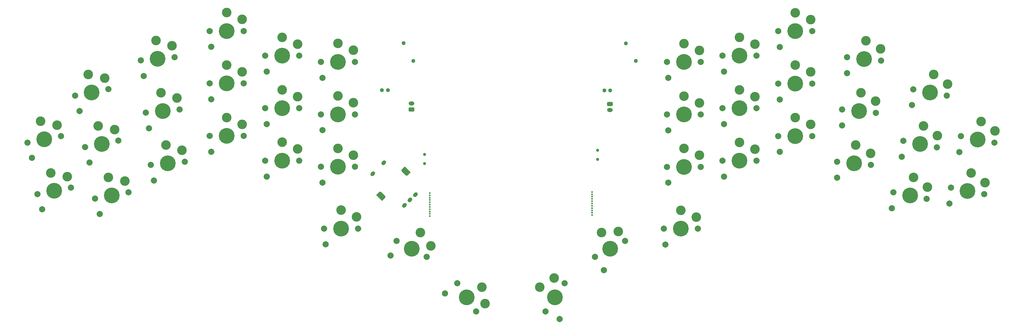
<source format=gbr>
%TF.GenerationSoftware,KiCad,Pcbnew,9.0.6*%
%TF.CreationDate,2025-12-31T17:57:57+01:00*%
%TF.ProjectId,right,72696768-742e-46b6-9963-61645f706362,v1.0.0*%
%TF.SameCoordinates,Original*%
%TF.FileFunction,Soldermask,Top*%
%TF.FilePolarity,Negative*%
%FSLAX46Y46*%
G04 Gerber Fmt 4.6, Leading zero omitted, Abs format (unit mm)*
G04 Created by KiCad (PCBNEW 9.0.6) date 2025-12-31 17:57:57*
%MOMM*%
%LPD*%
G01*
G04 APERTURE LIST*
G04 Aperture macros list*
%AMRoundRect*
0 Rectangle with rounded corners*
0 $1 Rounding radius*
0 $2 $3 $4 $5 $6 $7 $8 $9 X,Y pos of 4 corners*
0 Add a 4 corners polygon primitive as box body*
4,1,4,$2,$3,$4,$5,$6,$7,$8,$9,$2,$3,0*
0 Add four circle primitives for the rounded corners*
1,1,$1+$1,$2,$3*
1,1,$1+$1,$4,$5*
1,1,$1+$1,$6,$7*
1,1,$1+$1,$8,$9*
0 Add four rect primitives between the rounded corners*
20,1,$1+$1,$2,$3,$4,$5,0*
20,1,$1+$1,$4,$5,$6,$7,0*
20,1,$1+$1,$6,$7,$8,$9,0*
20,1,$1+$1,$8,$9,$2,$3,0*%
%AMHorizOval*
0 Thick line with rounded ends*
0 $1 width*
0 $2 $3 position (X,Y) of the first rounded end (center of the circle)*
0 $4 $5 position (X,Y) of the second rounded end (center of the circle)*
0 Add line between two ends*
20,1,$1,$2,$3,$4,$5,0*
0 Add two circle primitives to create the rounded ends*
1,1,$1,$2,$3*
1,1,$1,$4,$5*%
%AMFreePoly0*
4,1,15,0.975355,0.935355,1.335355,0.575355,1.350000,0.540000,1.350000,-0.900000,1.335355,-0.935354,1.300000,-0.950000,-1.300000,-0.950000,-1.335355,-0.935354,-1.350000,-0.900000,-1.350000,0.540000,-1.335355,0.575355,-0.975355,0.935355,-0.940000,0.950000,0.940000,0.950000,0.975355,0.935355,0.975355,0.935355,$1*%
%AMFreePoly1*
4,1,15,1.335355,0.935354,1.350000,0.900000,1.350000,-0.540000,1.335355,-0.575355,0.975355,-0.935355,0.940000,-0.950000,-0.940000,-0.950000,-0.975355,-0.935355,-1.335355,-0.575355,-1.350000,-0.540000,-1.350000,0.900000,-1.335355,0.935354,-1.300000,0.950000,1.300000,0.950000,1.335355,0.935354,1.335355,0.935354,$1*%
G04 Aperture macros list end*
%ADD10C,0.600000*%
%ADD11C,2.000000*%
%ADD12C,3.100000*%
%ADD13C,5.100000*%
%ADD14FreePoly0,315.000000*%
%ADD15FreePoly1,315.000000*%
%ADD16HorizOval,1.200000X0.176777X0.176777X-0.176777X-0.176777X0*%
%ADD17C,1.300000*%
%ADD18C,1.000000*%
%ADD19RoundRect,0.260000X-0.665000X0.390000X-0.665000X-0.390000X0.665000X-0.390000X0.665000X0.390000X0*%
%ADD20O,1.850000X1.300000*%
%ADD21RoundRect,0.260000X0.665000X-0.390000X0.665000X0.390000X-0.665000X0.390000X-0.665000X-0.390000X0*%
G04 APERTURE END LIST*
D10*
%TO.C,*%
X244999971Y-144799991D03*
%TD*%
%TO.C,*%
X245000000Y-144000000D03*
%TD*%
%TO.C,*%
X244999999Y-141040007D03*
%TD*%
%TO.C,*%
X244999987Y-142519999D03*
%TD*%
%TO.C,*%
X244999988Y-141779997D03*
%TD*%
%TO.C,*%
X244999983Y-143260013D03*
%TD*%
%TO.C,*%
X244999971Y-140299991D03*
%TD*%
%TO.C,REF\u002A\u002A*%
X244999971Y-144799991D03*
X244999983Y-147760013D03*
X244999987Y-147019999D03*
X244999988Y-146279997D03*
X244999999Y-145540007D03*
%TD*%
%TO.C,REF\u002A\u002A*%
X192499971Y-145149994D03*
X192499999Y-145890010D03*
X192499988Y-146630000D03*
X192499987Y-147370002D03*
X192499983Y-148110016D03*
%TD*%
%TO.C,REF\u002A\u002A*%
X192499971Y-140649994D03*
X192499999Y-141390010D03*
X192499988Y-142130000D03*
X192499987Y-142870002D03*
X192499983Y-143610016D03*
X192500000Y-144350003D03*
%TD*%
D11*
%TO.C,S3*%
X77751210Y-109070591D03*
X79224687Y-114030560D03*
D12*
X82014839Y-102180455D03*
D13*
X83150155Y-108021136D03*
D12*
X87342759Y-103385989D03*
D11*
X88549100Y-106971681D03*
%TD*%
%TO.C,S17*%
X181781591Y-156108971D03*
X179805284Y-160890892D03*
D12*
X189431160Y-153437530D03*
D13*
X186637804Y-158691068D03*
D12*
X192813058Y-157727378D03*
D11*
X191494017Y-161273165D03*
%TD*%
%TO.C,S8*%
X121287927Y-105121324D03*
X121787929Y-110271320D03*
D13*
X126787927Y-105121321D03*
D12*
X126787929Y-99171319D03*
X131787930Y-101371320D03*
D11*
X132287927Y-105121318D03*
%TD*%
%TO.C,S2*%
X80994961Y-125758260D03*
X82468438Y-130718229D03*
D12*
X85258590Y-118868124D03*
D13*
X86393906Y-124708805D03*
D12*
X90586510Y-120073658D03*
D11*
X91792851Y-123659350D03*
%TD*%
%TO.C,S6*%
X99016574Y-97670525D03*
X100007876Y-102748887D03*
D12*
X103920968Y-91220761D03*
D13*
X104491250Y-97143369D03*
D12*
X109108812Y-92931403D03*
D11*
X109965926Y-96616213D03*
%TD*%
%TO.C,S15*%
X157287940Y-98121321D03*
X157787942Y-103271317D03*
D13*
X162787940Y-98121318D03*
D12*
X162787942Y-92171316D03*
X167787943Y-94371317D03*
D11*
X168287940Y-98121315D03*
%TD*%
%TO.C,S16*%
X158287920Y-152121324D03*
X158787922Y-157271320D03*
D13*
X163787920Y-152121321D03*
D12*
X163787922Y-146171319D03*
X168787923Y-148371320D03*
D11*
X169287920Y-152121318D03*
%TD*%
%TO.C,S18*%
X201381620Y-169850475D03*
X197391672Y-173144838D03*
D13*
X204457180Y-174410182D03*
D12*
X209389951Y-171082987D03*
X210362039Y-176458401D03*
D11*
X207532740Y-178969889D03*
%TD*%
%TO.C,S9*%
X121287925Y-88121310D03*
X121787927Y-93271306D03*
D13*
X126787925Y-88121307D03*
D12*
X126787927Y-82171305D03*
X131787928Y-84371306D03*
D11*
X132287925Y-88121304D03*
%TD*%
%TO.C,S11*%
X139287925Y-113121315D03*
X139787927Y-118271311D03*
D13*
X144787925Y-113121312D03*
D12*
X144787927Y-107171310D03*
X149787928Y-109371311D03*
D11*
X150287925Y-113121309D03*
%TD*%
%TO.C,S7*%
X121287925Y-122121315D03*
X121787927Y-127271311D03*
D13*
X126787925Y-122121312D03*
D12*
X126787927Y-116171310D03*
X131787928Y-118371311D03*
D11*
X132287925Y-122121309D03*
%TD*%
%TO.C,S4*%
X102275329Y-131513989D03*
X103266631Y-136592351D03*
D12*
X107179723Y-125064225D03*
D13*
X107750005Y-130986833D03*
D12*
X112367567Y-126774867D03*
D11*
X113224681Y-130459677D03*
%TD*%
%TO.C,S19*%
X65615382Y-140972349D03*
X67088859Y-145932318D03*
D12*
X69879011Y-134082213D03*
D13*
X71014327Y-139922894D03*
D12*
X75206931Y-135287747D03*
D11*
X76413272Y-138873439D03*
%TD*%
D14*
%TO.C,RE1*%
X176799957Y-141539290D03*
D15*
X184719555Y-133619694D03*
D16*
X187830821Y-141115027D03*
X186063054Y-142882793D03*
X184295288Y-144650561D03*
X174042248Y-134397509D03*
X177577774Y-130861975D03*
%TD*%
D17*
%TO.C,U?*%
X177044761Y-107286983D03*
X178949764Y-107286987D03*
X184029763Y-92046986D03*
X187204762Y-97761986D03*
%TD*%
D18*
%TO.C,PWR1*%
X190784754Y-128079495D03*
X190784755Y-131079498D03*
%TD*%
D11*
%TO.C,S5*%
X100645956Y-114592258D03*
X101637258Y-119670620D03*
D12*
X105550350Y-108142494D03*
D13*
X106120632Y-114065102D03*
D12*
X110738194Y-109853136D03*
D11*
X111595308Y-113537946D03*
%TD*%
D19*
%TO.C,JST1*%
X186584750Y-113579485D03*
D20*
X186584742Y-111579481D03*
%TD*%
D11*
%TO.C,S14*%
X157287919Y-115121316D03*
X157787921Y-120271312D03*
D13*
X162787919Y-115121313D03*
D12*
X162787921Y-109171311D03*
X167787922Y-111371312D03*
D11*
X168287919Y-115121310D03*
%TD*%
%TO.C,S10*%
X139287930Y-130121324D03*
X139787932Y-135271320D03*
D13*
X144787930Y-130121321D03*
D12*
X144787932Y-124171319D03*
X149787933Y-126371320D03*
D11*
X150287930Y-130121318D03*
%TD*%
%TO.C,S1*%
X84238706Y-142445913D03*
X85712183Y-147405882D03*
D12*
X88502335Y-135555777D03*
D13*
X89637651Y-141396458D03*
D12*
X93830255Y-136761311D03*
D11*
X95036596Y-140347003D03*
%TD*%
%TO.C,S12*%
X139287933Y-96121315D03*
X139787935Y-101271311D03*
D13*
X144787933Y-96121312D03*
D12*
X144787935Y-90171310D03*
X149787936Y-92371311D03*
D11*
X150287933Y-96121309D03*
%TD*%
%TO.C,S13*%
X157287931Y-132121323D03*
X157787933Y-137271319D03*
D13*
X162787931Y-132121320D03*
D12*
X162787933Y-126171318D03*
X167787934Y-128371319D03*
D11*
X168287931Y-132121317D03*
%TD*%
%TO.C,S20*%
X62371629Y-124284678D03*
X63845106Y-129244647D03*
D12*
X66635258Y-117394542D03*
D13*
X67770574Y-123235223D03*
D12*
X71963178Y-118600076D03*
D11*
X73169519Y-122185768D03*
%TD*%
D17*
%TO.C,U?*%
X248963335Y-107355471D03*
X250868338Y-107355475D03*
X255948337Y-92115474D03*
X259123336Y-97830474D03*
%TD*%
D11*
%TO.C,S39*%
X361052996Y-138900095D03*
X360561144Y-144050881D03*
D12*
X367587259Y-134108867D03*
D13*
X366451946Y-139949547D03*
D12*
X372075617Y-137222490D03*
D11*
X371850896Y-140998999D03*
%TD*%
%TO.C,S35*%
X269178340Y-98147973D03*
X269678340Y-103297974D03*
D12*
X274678339Y-92197973D03*
D13*
X274678340Y-98147973D03*
D12*
X279678336Y-94397973D03*
D11*
X280178340Y-98147973D03*
%TD*%
%TO.C,S23*%
X348917166Y-106998345D03*
X348425314Y-112149131D03*
D12*
X355451429Y-102207117D03*
D13*
X354316116Y-108047797D03*
D12*
X359939787Y-105320740D03*
D11*
X359715066Y-109097249D03*
%TD*%
%TO.C,S26*%
X327500339Y-96642871D03*
X327504433Y-101817084D03*
D12*
X333545301Y-91247417D03*
D13*
X332975019Y-97170023D03*
D12*
X338311422Y-93916517D03*
D11*
X338449699Y-97697175D03*
%TD*%
%TO.C,S40*%
X364296743Y-122212437D03*
X363804891Y-127363223D03*
D12*
X370831006Y-117421209D03*
D13*
X369695693Y-123261889D03*
D12*
X375319364Y-120534832D03*
D11*
X375094643Y-124311341D03*
%TD*%
%TO.C,S33*%
X269178340Y-132147978D03*
X269678340Y-137297979D03*
D12*
X274678339Y-126197978D03*
D13*
X274678340Y-132147978D03*
D12*
X279678336Y-128397978D03*
D11*
X280178340Y-132147978D03*
%TD*%
%TO.C,S28*%
X305178343Y-105147972D03*
X305678343Y-110297973D03*
D12*
X310678342Y-99197972D03*
D13*
X310678343Y-105147972D03*
D12*
X315678339Y-101397972D03*
D11*
X316178343Y-105147972D03*
%TD*%
%TO.C,S34*%
X269178342Y-115147971D03*
X269678342Y-120297972D03*
D12*
X274678341Y-109197971D03*
D13*
X274678342Y-115147971D03*
D12*
X279678338Y-111397971D03*
D11*
X280178342Y-115147971D03*
%TD*%
%TO.C,S36*%
X268178341Y-152147975D03*
X268678341Y-157297976D03*
D12*
X273678340Y-146197975D03*
D13*
X273678341Y-152147975D03*
D12*
X278678337Y-148397975D03*
D11*
X279178341Y-152147975D03*
%TD*%
%TO.C,S37*%
X245972244Y-161299826D03*
X248831498Y-165612270D03*
D13*
X250828457Y-158717733D03*
D12*
X248035104Y-153464194D03*
X253482676Y-153059320D03*
D11*
X255684670Y-156135640D03*
%TD*%
%TO.C,S32*%
X287178339Y-96147976D03*
X287678339Y-101297977D03*
D12*
X292678338Y-90197976D03*
D13*
X292678339Y-96147976D03*
D12*
X297678335Y-92397976D03*
D11*
X298178339Y-96147976D03*
%TD*%
%TO.C,S31*%
X287178338Y-113147970D03*
X287678338Y-118297971D03*
D12*
X292678337Y-107197970D03*
D13*
X292678338Y-113147970D03*
D12*
X297678334Y-109397970D03*
D11*
X298178338Y-113147970D03*
%TD*%
%TO.C,S24*%
X324241583Y-130486337D03*
X324245677Y-135660550D03*
D12*
X330286545Y-125090883D03*
D13*
X329716263Y-131013489D03*
D12*
X335052666Y-127759983D03*
D11*
X335190943Y-131540641D03*
%TD*%
%TO.C,S22*%
X345673407Y-123686005D03*
X345181555Y-128836791D03*
D12*
X352207670Y-118894777D03*
D13*
X351072357Y-124735457D03*
D12*
X356696028Y-122008400D03*
D11*
X356471307Y-125784909D03*
%TD*%
D21*
%TO.C,JST1*%
X250771053Y-111736989D03*
D20*
X250771057Y-113736987D03*
%TD*%
D11*
%TO.C,S30*%
X287178340Y-130147972D03*
X287678340Y-135297973D03*
D12*
X292678339Y-124197972D03*
D13*
X292678340Y-130147972D03*
D12*
X297678336Y-126397972D03*
D11*
X298178340Y-130147972D03*
%TD*%
%TO.C,S38*%
X229933517Y-178996539D03*
X234482658Y-181461862D03*
D12*
X228076304Y-171109639D03*
D13*
X233009078Y-174436832D03*
D12*
X232696152Y-168194670D03*
D11*
X236084639Y-169877125D03*
%TD*%
%TO.C,S29*%
X305178335Y-88147983D03*
X305678335Y-93297984D03*
D12*
X310678334Y-82197983D03*
D13*
X310678335Y-88147983D03*
D12*
X315678331Y-84397983D03*
D11*
X316178335Y-88147983D03*
%TD*%
%TO.C,S21*%
X342429663Y-140373675D03*
X341937811Y-145524461D03*
D12*
X348963926Y-135582447D03*
D13*
X347828613Y-141423127D03*
D12*
X353452284Y-138696070D03*
D11*
X353227563Y-142472579D03*
%TD*%
%TO.C,S25*%
X325870966Y-113564602D03*
X325875060Y-118738815D03*
D12*
X331915928Y-108169148D03*
D13*
X331345646Y-114091754D03*
D12*
X336682049Y-110838248D03*
D11*
X336820326Y-114618906D03*
%TD*%
D18*
%TO.C,PWR1*%
X246746051Y-129736992D03*
X246746050Y-126736991D03*
%TD*%
D11*
%TO.C,S27*%
X305178333Y-122147968D03*
X305678333Y-127297969D03*
D12*
X310678332Y-116197968D03*
D13*
X310678333Y-122147968D03*
D12*
X315678329Y-118397968D03*
D11*
X316178333Y-122147968D03*
%TD*%
M02*

</source>
